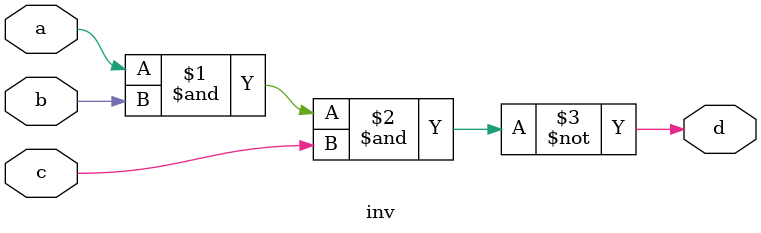
<source format=v>
`timescale 1ns / 1ps


module inv(
    input a,
    input b,
    input c,
    output d
    );
assign d = ~ ( a & b & c);
endmodule

</source>
